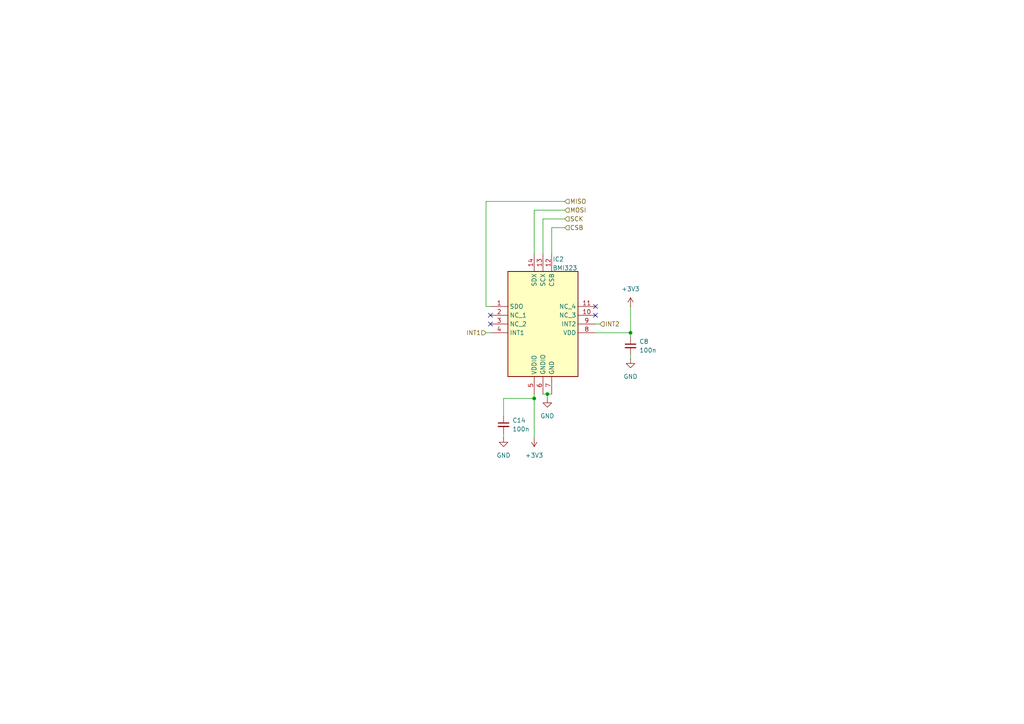
<source format=kicad_sch>
(kicad_sch (version 20231120) (generator "eeschema") (generator_version "8.0")
  (paper "A4")
  (lib_symbols
    (symbol "Device:C_Small" (pin_numbers hide) (pin_names (offset 0.254) hide)
      (property "Reference" "C" (at 0.254 1.778 0))
      (property "Value" "C_Small" (at 0.254 -2.032 0))
      (symbol "C_Small_0_1"
        (polyline (pts (xy -1.524 -0.508) (xy 1.524 -0.508)) (stroke (width 0.3302)))
        (polyline (pts (xy -1.524 0.508) (xy 1.524 0.508)) (stroke (width 0.3048)))
      )
      (symbol "C_Small_1_1"
        (pin passive line (at 0 2.54 270) (length 2.032) (name "~") (number "1"))
        (pin passive line (at 0 -2.54 90) (length 2.032) (name "~") (number "2"))
      )
    )
    (symbol "power:+3V3" (power) (pin_numbers hide) (pin_names (offset 0) hide)
      (property "Value" "+3V3" (at 0 3.556 0))
      (symbol "+3V3_0_1"
        (polyline (pts (xy -0.762 1.27) (xy 0 2.54)))
        (polyline (pts (xy 0 0) (xy 0 2.54)))
        (polyline (pts (xy 0 2.54) (xy 0.762 1.27)))
      )
      (symbol "+3V3_1_1"
        (pin power_in line (at 0 0 90) (length 0) (name "~") (number "1"))
      )
    )
    (symbol "power:GND" (power) (pin_numbers hide) (pin_names (offset 0) hide)
      (property "Value" "GND" (at 0 -3.81 0))
      (symbol "GND_0_1"
        (polyline (pts (xy 0 0) (xy 0 -1.27) (xy 1.27 -1.27) (xy 0 -2.54) (xy -1.27 -1.27) (xy 0 -1.27)))
      )
      (symbol "GND_1_1"
        (pin power_in line (at 0 0 270) (length 0) (name "~") (number "1"))
      )
    )
    (symbol "sensor_fuser_symbol:BMI323"
      (property "Reference" "IC" (at 26.67 15.24 0))
      (property "Value" "BMI323" (at 26.67 12.7 0))
      (symbol "BMI323_1_1"
        (rectangle (start 5.08 10.16) (end 25.4 -20.32) (stroke (width 0.254)) (fill (type background)))
        (pin passive line (at 0 0 0) (length 5.08) (name "SDO") (number "1"))
        (pin passive line (at 30.48 -2.54 180) (length 5.08) (name "NC_3") (number "10"))
        (pin passive line (at 30.48 0 180) (length 5.08) (name "NC_4") (number "11"))
        (pin passive line (at 17.78 15.24 270) (length 5.08) (name "CSB") (number "12"))
        (pin passive line (at 15.24 15.24 270) (length 5.08) (name "SCX") (number "13"))
        (pin passive line (at 12.7 15.24 270) (length 5.08) (name "SDX") (number "14"))
        (pin passive line (at 0 -2.54 0) (length 5.08) (name "NC_1") (number "2"))
        (pin passive line (at 0 -5.08 0) (length 5.08) (name "NC_2") (number "3"))
        (pin passive line (at 0 -7.62 0) (length 5.08) (name "INT1") (number "4"))
        (pin passive line (at 12.7 -25.4 90) (length 5.08) (name "VDDIO") (number "5"))
        (pin passive line (at 15.24 -25.4 90) (length 5.08) (name "GNDIO") (number "6"))
        (pin passive line (at 17.78 -25.4 90) (length 5.08) (name "GND") (number "7"))
        (pin passive line (at 30.48 -7.62 180) (length 5.08) (name "VDD") (number "8"))
        (pin passive line (at 30.48 -5.08 180) (length 5.08) (name "INT2") (number "9"))
      )
    )
  )
  (junction (at 182.88 96.52))
  (junction (at 158.75 114.3))
  (junction (at 154.94 115.57))
  (no_connect (at 172.72 91.44))
  (no_connect (at 142.24 91.44))
  (no_connect (at 142.24 93.98))
  (no_connect (at 172.72 88.9))
  (wire (pts (xy 163.83 60.96) (xy 154.94 60.96)))
  (wire (pts (xy 182.88 96.52) (xy 172.72 96.52)))
  (wire (pts (xy 154.94 60.96) (xy 154.94 73.66)))
  (wire (pts (xy 160.02 66.04) (xy 163.83 66.04)))
  (wire (pts (xy 173.99 93.98) (xy 172.72 93.98)))
  (wire (pts (xy 182.88 104.14) (xy 182.88 102.87)))
  (wire (pts (xy 158.75 115.57) (xy 158.75 114.3)))
  (wire (pts (xy 182.88 97.79) (xy 182.88 96.52)))
  (wire (pts (xy 140.97 88.9) (xy 140.97 58.42)))
  (wire (pts (xy 140.97 88.9) (xy 142.24 88.9)))
  (wire (pts (xy 140.97 58.42) (xy 163.83 58.42)))
  (wire (pts (xy 146.05 127) (xy 146.05 125.73)))
  (wire (pts (xy 158.75 114.3) (xy 160.02 114.3)))
  (wire (pts (xy 146.05 120.65) (xy 146.05 115.57)))
  (wire (pts (xy 160.02 73.66) (xy 160.02 66.04)))
  (wire (pts (xy 146.05 115.57) (xy 154.94 115.57)))
  (wire (pts (xy 158.75 114.3) (xy 157.48 114.3)))
  (wire (pts (xy 157.48 63.5) (xy 157.48 73.66)))
  (wire (pts (xy 154.94 127) (xy 154.94 115.57)))
  (wire (pts (xy 154.94 115.57) (xy 154.94 114.3)))
  (wire (pts (xy 140.97 96.52) (xy 142.24 96.52)))
  (wire (pts (xy 182.88 88.9) (xy 182.88 96.52)))
  (wire (pts (xy 163.83 63.5) (xy 157.48 63.5)))
  (hierarchical_label "CSB" (shape input) (at 163.83 66.04 0))
  (hierarchical_label "MISO" (shape input) (at 163.83 58.42 0))
  (hierarchical_label "MOSI" (shape input) (at 163.83 60.96 0))
  (hierarchical_label "INT2" (shape input) (at 173.99 93.98 0))
  (hierarchical_label "SCK" (shape input) (at 163.83 63.5 0))
  (hierarchical_label "INT1" (shape input) (at 140.97 96.52 180))
  (symbol (lib_id "power:GND") (at 182.88 104.14 0) (unit 1)
    (property "Reference" "#PWR045" (effects (hide yes)))
    (property "Value" "GND" (at 182.88 109.22 0))
    (property "Description" "Power symbol creates a global label with name \"GND\" , ground" (effects (hide yes)))
  )
  (symbol (lib_id "power:GND") (at 146.05 127 0) (unit 1)
    (property "Reference" "#PWR046" (effects (hide yes)))
    (property "Value" "GND" (at 146.05 132.08 0))
    (property "Description" "Power symbol creates a global label with name \"GND\" , ground" (effects (hide yes)))
  )
  (symbol (lib_id "power:+3V3") (at 182.88 88.9 0) (unit 1)
    (property "Reference" "#PWR044" (effects (hide yes)))
    (property "Value" "+3V3" (at 182.88 83.82 0))
    (property "Description" "Power symbol creates a global label with name \"+3V3\"" (effects (hide yes)))
  )
  (symbol (lib_id "Device:C_Small") (at 182.88 100.33 0) (unit 1)
    (property "Reference" "C8" (at 185.42 99.0662 0) (effects (justify left)))
    (property "Value" "100n" (at 185.42 101.6062 0) (effects (justify left)))
    (property "Footprint" "Capacitor_SMD:C_0402_1005Metric_Pad0.74x0.62mm_HandSolder" (effects (hide yes)))
    (property "Description" "Unpolarized capacitor, small symbol" (effects (hide yes)))
  )
  (symbol (lib_id "sensor_fuser_symbol:BMI323") (at 142.24 88.9 0) (unit 1)
    (property "Reference" "IC2" (at 160.274 75.184 0) (effects (justify left)))
    (property "Value" "BMI323" (at 160.274 77.724 0) (effects (justify left)))
    (property "Footprint" "sensor_fuser:BMI323" (effects (hide yes)))
    (property "Datasheet" "https://www.bosch-sensortec.com/media/boschsensortec/downloads/datasheets/bst-bmi323-ds000.pdf" (effects (hide yes)))
    (property "Description" "3.0 SHUTTLE BOARD DEV KIT BMI323" (effects (hide yes)))
    (property "Height" "0.87" (effects (hide yes)))
    (property "Manufacturer_Name" "BOSCH" (effects (hide yes)))
    (property "Manufacturer_Part_Number" "BMI323" (effects (hide yes)))
    (property "Mouser Part Number" "262-BMI323" (effects (hide yes)))
    (property "Mouser Price/Stock" "https://www.mouser.co.uk/ProductDetail/Bosch-Sensortec/BMI323?qs=By6Nw2ByBD3%2FE1v0UqNQPQ%3D%3D" (effects (hide yes)))
    (property "Arrow Part Number" "BMI323" (effects (hide yes)))
    (property "Arrow Price/Stock" "null?region=nac" (effects (hide yes)))
  )
  (symbol (lib_id "power:GND") (at 158.75 115.57 0) (unit 1)
    (property "Reference" "#PWR042" (effects (hide yes)))
    (property "Value" "GND" (at 158.75 120.65 0))
    (property "Description" "Power symbol creates a global label with name \"GND\" , ground" (effects (hide yes)))
  )
  (symbol (lib_id "Device:C_Small") (at 146.05 123.19 0) (unit 1)
    (property "Reference" "C14" (at 148.59 121.9262 0) (effects (justify left)))
    (property "Value" "100n" (at 148.59 124.4662 0) (effects (justify left)))
    (property "Footprint" "Capacitor_SMD:C_0402_1005Metric_Pad0.74x0.62mm_HandSolder" (effects (hide yes)))
    (property "Description" "Unpolarized capacitor, small symbol" (effects (hide yes)))
  )
  (symbol (lib_id "power:+3V3") (at 154.94 127 180) (unit 1)
    (property "Reference" "#PWR043" (effects (hide yes)))
    (property "Value" "+3V3" (at 154.94 132.08 0))
    (property "Description" "Power symbol creates a global label with name \"+3V3\"" (effects (hide yes)))
  )
)
</source>
